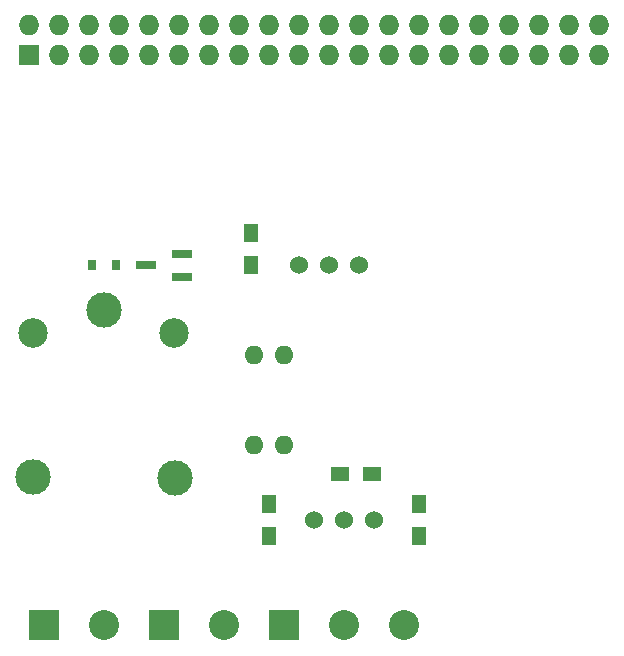
<source format=gts>
G04 #@! TF.FileFunction,Soldermask,Top*
%FSLAX46Y46*%
G04 Gerber Fmt 4.6, Leading zero omitted, Abs format (unit mm)*
G04 Created by KiCad (PCBNEW 4.0.4-stable) date Thursday 06 October 2016 23:28:34*
%MOMM*%
%LPD*%
G01*
G04 APERTURE LIST*
%ADD10C,0.100000*%
%ADD11C,2.500000*%
%ADD12C,3.000000*%
%ADD13R,2.540000X2.540000*%
%ADD14C,2.540000*%
%ADD15C,1.524000*%
%ADD16R,1.727200X1.727200*%
%ADD17O,1.727200X1.727200*%
%ADD18R,1.800860X0.800100*%
%ADD19R,1.500000X1.300000*%
%ADD20R,1.300000X1.500000*%
%ADD21O,1.600000X1.600000*%
%ADD22R,0.800000X0.900000*%
G04 APERTURE END LIST*
D10*
D11*
X113610000Y-99840000D03*
D12*
X113610000Y-112040000D03*
X125660000Y-112090000D03*
D11*
X125610000Y-99840000D03*
D12*
X119660000Y-97890000D03*
D13*
X134900000Y-124560000D03*
D14*
X139980000Y-124560000D03*
X145060000Y-124560000D03*
D15*
X138710000Y-94080000D03*
X141250000Y-94080000D03*
X136170000Y-94080000D03*
D16*
X113310000Y-76300000D03*
D17*
X113310000Y-73760000D03*
X115850000Y-76300000D03*
X115850000Y-73760000D03*
X118390000Y-76300000D03*
X118390000Y-73760000D03*
X120930000Y-76300000D03*
X120930000Y-73760000D03*
X123470000Y-76300000D03*
X123470000Y-73760000D03*
X126010000Y-76300000D03*
X126010000Y-73760000D03*
X128550000Y-76300000D03*
X128550000Y-73760000D03*
X131090000Y-76300000D03*
X131090000Y-73760000D03*
X133630000Y-76300000D03*
X133630000Y-73760000D03*
X136170000Y-76300000D03*
X136170000Y-73760000D03*
X138710000Y-76300000D03*
X138710000Y-73760000D03*
X141250000Y-76300000D03*
X141250000Y-73760000D03*
X143790000Y-76300000D03*
X143790000Y-73760000D03*
X146330000Y-76300000D03*
X146330000Y-73760000D03*
X148870000Y-76300000D03*
X148870000Y-73760000D03*
X151410000Y-76300000D03*
X151410000Y-73760000D03*
X153950000Y-76300000D03*
X153950000Y-73760000D03*
X156490000Y-76300000D03*
X156490000Y-73760000D03*
X159030000Y-76300000D03*
X159030000Y-73760000D03*
X161570000Y-76300000D03*
X161570000Y-73760000D03*
D13*
X124740000Y-124560000D03*
D14*
X129820000Y-124560000D03*
D13*
X114580000Y-124560000D03*
D14*
X119660000Y-124560000D03*
D18*
X126241140Y-95030000D03*
X126241140Y-93130000D03*
X123238860Y-94080000D03*
D19*
X139620000Y-111760000D03*
X142320000Y-111760000D03*
D20*
X133630000Y-114320000D03*
X133630000Y-117020000D03*
X146330000Y-114320000D03*
X146330000Y-117020000D03*
X132080000Y-91360000D03*
X132080000Y-94060000D03*
D15*
X139980000Y-115670000D03*
X137440000Y-115670000D03*
X142520000Y-115670000D03*
D21*
X132360000Y-109320000D03*
X134900000Y-109320000D03*
X134900000Y-101700000D03*
X132360000Y-101700000D03*
D22*
X118610000Y-94080000D03*
X120710000Y-94080000D03*
M02*

</source>
